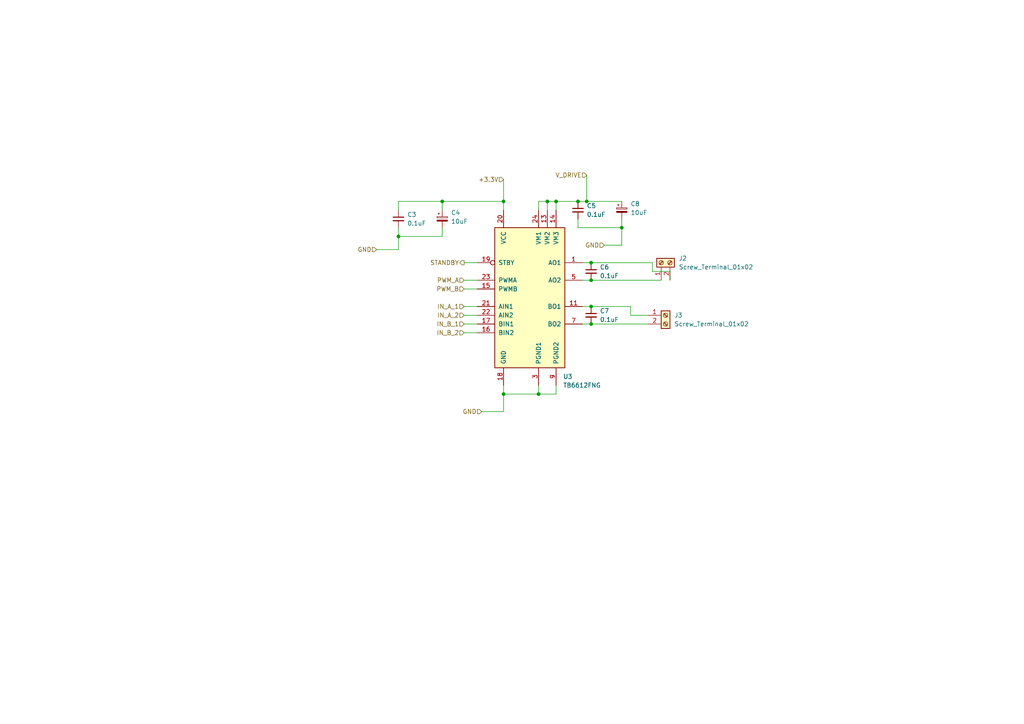
<source format=kicad_sch>
(kicad_sch (version 20230121) (generator eeschema)
  (paper "A4")
  (title_block (comment 1 "Authors: K. Puzio, J. Skrzypczak, J. Michalski"))
  (lib_symbols
    (symbol "Connector:Screw_Terminal_01x02" (pin_names (offset 1.016) hide)
      (property "Reference" "J" (at 0 2.54 0))
      (property "Value" "Screw_Terminal_01x02" (at 0 -5.08 0))
      (symbol "Screw_Terminal_01x02_1_1"
        (rectangle (start -1.27 1.27) (end 1.27 -3.81) (stroke (width 0.254)) (fill (type background)))
        (circle (center 0 -2.54) (radius 0.635) (stroke (width 0.1524)))
        (polyline (pts (xy -0.5334 -2.2098) (xy 0.3302 -3.048)) (stroke (width 0.1524)))
        (polyline (pts (xy -0.5334 0.3302) (xy 0.3302 -0.508)) (stroke (width 0.1524)))
        (polyline (pts (xy -0.3556 -2.032) (xy 0.508 -2.8702)) (stroke (width 0.1524)))
        (polyline (pts (xy -0.3556 0.508) (xy 0.508 -0.3302)) (stroke (width 0.1524)))
        (circle (center 0 0) (radius 0.635) (stroke (width 0.1524)))
        (pin passive line (at -5.08 0 0) (length 3.81) (name "Pin_1") (number "1"))
        (pin passive line (at -5.08 -2.54 0) (length 3.81) (name "Pin_2") (number "2"))
      )
    )
    (symbol "Device:C_Polarized_Small" (pin_numbers hide) (pin_names (offset 0.254) hide)
      (property "Reference" "C" (at 0.254 1.778 0))
      (property "Value" "C_Polarized_Small" (at 0.254 -2.032 0))
      (symbol "C_Polarized_Small_0_1"
        (rectangle (start -1.524 -0.3048) (end 1.524 -0.6858) (fill (type outline)))
        (rectangle (start -1.524 0.6858) (end 1.524 0.3048))
        (polyline (pts (xy -1.27 1.524) (xy -0.762 1.524)))
        (polyline (pts (xy -1.016 1.27) (xy -1.016 1.778)))
      )
      (symbol "C_Polarized_Small_1_1"
        (pin passive line (at 0 2.54 270) (length 1.8542) (name "~") (number "1"))
        (pin passive line (at 0 -2.54 90) (length 1.8542) (name "~") (number "2"))
      )
    )
    (symbol "Device:C_Small" (pin_numbers hide) (pin_names (offset 0.254) hide)
      (property "Reference" "C" (at 0.254 1.778 0))
      (property "Value" "C_Small" (at 0.254 -2.032 0))
      (symbol "C_Small_0_1"
        (polyline (pts (xy -1.524 -0.508) (xy 1.524 -0.508)) (stroke (width 0.3302)))
        (polyline (pts (xy -1.524 0.508) (xy 1.524 0.508)) (stroke (width 0.3048)))
      )
      (symbol "C_Small_1_1"
        (pin passive line (at 0 2.54 270) (length 2.032) (name "~") (number "1"))
        (pin passive line (at 0 -2.54 90) (length 2.032) (name "~") (number "2"))
      )
    )
    (symbol "Driver_Motor:TB6612FNG" (pin_names (offset 1.016))
      (property "Reference" "U" (at 11.43 17.78 0))
      (property "Value" "TB6612FNG" (at 11.43 15.24 0))
      (symbol "TB6612FNG_0_1"
        (rectangle (start -10.16 20.32) (end 10.16 -20.32) (stroke (width 0.254)) (fill (type background)))
      )
      (symbol "TB6612FNG_1_1"
        (pin output line (at 15.24 10.16 180) (length 5.08) (name "AO1") (number "1"))
        (pin passive line (at 7.62 -25.4 90) (length 5.08) hide (name "PGND2") (number "10"))
        (pin output line (at 15.24 -2.54 180) (length 5.08) (name "BO1") (number "11"))
        (pin passive line (at 15.24 -2.54 180) (length 5.08) hide (name "BO1") (number "12"))
        (pin power_in line (at 5.08 25.4 270) (length 5.08) (name "VM2") (number "13"))
        (pin power_in line (at 7.62 25.4 270) (length 5.08) (name "VM3") (number "14"))
        (pin input line (at -15.24 2.54 0) (length 5.08) (name "PWMB") (number "15"))
        (pin input line (at -15.24 -10.16 0) (length 5.08) (name "BIN2") (number "16"))
        (pin input line (at -15.24 -7.62 0) (length 5.08) (name "BIN1") (number "17"))
        (pin power_in line (at -7.62 -25.4 90) (length 5.08) (name "GND") (number "18"))
        (pin input inverted (at -15.24 10.16 0) (length 5.08) (name "STBY") (number "19"))
        (pin passive line (at 15.24 10.16 180) (length 5.08) hide (name "AO1") (number "2"))
        (pin power_in line (at -7.62 25.4 270) (length 5.08) (name "VCC") (number "20"))
        (pin input line (at -15.24 -2.54 0) (length 5.08) (name "AIN1") (number "21"))
        (pin input line (at -15.24 -5.08 0) (length 5.08) (name "AIN2") (number "22"))
        (pin input line (at -15.24 5.08 0) (length 5.08) (name "PWMA") (number "23"))
        (pin power_in line (at 2.54 25.4 270) (length 5.08) (name "VM1") (number "24"))
        (pin power_in line (at 2.54 -25.4 90) (length 5.08) (name "PGND1") (number "3"))
        (pin passive line (at 2.54 -25.4 90) (length 5.08) hide (name "PGND1") (number "4"))
        (pin output line (at 15.24 5.08 180) (length 5.08) (name "AO2") (number "5"))
        (pin passive line (at 15.24 5.08 180) (length 5.08) hide (name "AO2") (number "6"))
        (pin output line (at 15.24 -7.62 180) (length 5.08) (name "BO2") (number "7"))
        (pin passive line (at 15.24 -7.62 180) (length 5.08) hide (name "BO2") (number "8"))
        (pin power_in line (at 7.62 -25.4 90) (length 5.08) (name "PGND2") (number "9"))
      )
    )
  )
  (junction (at 161.29 58.42))
  (junction (at 115.57 68.58))
  (junction (at 146.05 58.42))
  (junction (at 171.45 76.2))
  (junction (at 170.18 58.42))
  (junction (at 167.64 58.42))
  (junction (at 180.34 66.04))
  (junction (at 171.45 81.28))
  (junction (at 158.75 58.42))
  (junction (at 128.27 58.42))
  (junction (at 171.45 93.98))
  (junction (at 156.21 114.3))
  (junction (at 171.45 88.9))
  (junction (at 146.05 114.3))
  (wire (pts (xy 146.05 52.07) (xy 146.05 58.42)))
  (wire (pts (xy 161.29 58.42) (xy 167.64 58.42)))
  (wire (pts (xy 156.21 111.76) (xy 156.21 114.3)))
  (wire (pts (xy 115.57 68.58) (xy 128.27 68.58)))
  (wire (pts (xy 156.21 60.96) (xy 156.21 58.42)))
  (wire (pts (xy 161.29 114.3) (xy 156.21 114.3)))
  (wire (pts (xy 180.34 66.04) (xy 180.34 71.12)))
  (wire (pts (xy 128.27 58.42) (xy 115.57 58.42)))
  (wire (pts (xy 168.91 76.2) (xy 171.45 76.2)))
  (wire (pts (xy 189.23 76.2) (xy 171.45 76.2)))
  (wire (pts (xy 128.27 58.42) (xy 128.27 60.96)))
  (wire (pts (xy 194.31 78.74) (xy 194.31 81.28)))
  (wire (pts (xy 171.45 81.28) (xy 191.77 81.28)))
  (wire (pts (xy 115.57 66.04) (xy 115.57 68.58)))
  (wire (pts (xy 170.18 58.42) (xy 180.34 58.42)))
  (wire (pts (xy 168.91 88.9) (xy 171.45 88.9)))
  (wire (pts (xy 146.05 114.3) (xy 156.21 114.3)))
  (wire (pts (xy 156.21 58.42) (xy 158.75 58.42)))
  (wire (pts (xy 134.62 96.52) (xy 138.43 96.52)))
  (wire (pts (xy 146.05 114.3) (xy 146.05 119.38)))
  (wire (pts (xy 134.62 93.98) (xy 138.43 93.98)))
  (wire (pts (xy 161.29 58.42) (xy 161.29 60.96)))
  (wire (pts (xy 146.05 114.3) (xy 146.05 111.76)))
  (wire (pts (xy 134.62 88.9) (xy 138.43 88.9)))
  (wire (pts (xy 170.18 50.8) (xy 170.18 58.42)))
  (wire (pts (xy 168.91 93.98) (xy 171.45 93.98)))
  (wire (pts (xy 128.27 68.58) (xy 128.27 66.04)))
  (wire (pts (xy 146.05 58.42) (xy 128.27 58.42)))
  (wire (pts (xy 146.05 58.42) (xy 146.05 60.96)))
  (wire (pts (xy 161.29 111.76) (xy 161.29 114.3)))
  (wire (pts (xy 167.64 58.42) (xy 170.18 58.42)))
  (wire (pts (xy 189.23 78.74) (xy 189.23 76.2)))
  (wire (pts (xy 189.23 78.74) (xy 194.31 78.74)))
  (wire (pts (xy 109.22 72.39) (xy 115.57 72.39)))
  (wire (pts (xy 134.62 76.2) (xy 138.43 76.2)))
  (wire (pts (xy 134.62 83.82) (xy 138.43 83.82)))
  (wire (pts (xy 158.75 60.96) (xy 158.75 58.42)))
  (wire (pts (xy 175.26 71.12) (xy 180.34 71.12)))
  (wire (pts (xy 134.62 91.44) (xy 138.43 91.44)))
  (wire (pts (xy 158.75 58.42) (xy 161.29 58.42)))
  (wire (pts (xy 139.7 119.38) (xy 146.05 119.38)))
  (wire (pts (xy 182.88 91.44) (xy 182.88 88.9)))
  (wire (pts (xy 115.57 72.39) (xy 115.57 68.58)))
  (wire (pts (xy 171.45 93.98) (xy 187.96 93.98)))
  (wire (pts (xy 115.57 58.42) (xy 115.57 60.96)))
  (wire (pts (xy 168.91 81.28) (xy 171.45 81.28)))
  (wire (pts (xy 180.34 66.04) (xy 180.34 63.5)))
  (wire (pts (xy 167.64 63.5) (xy 167.64 66.04)))
  (wire (pts (xy 167.64 66.04) (xy 180.34 66.04)))
  (wire (pts (xy 134.62 81.28) (xy 138.43 81.28)))
  (wire (pts (xy 182.88 91.44) (xy 187.96 91.44)))
  (wire (pts (xy 182.88 88.9) (xy 171.45 88.9)))
  (hierarchical_label "PWM_B" (shape input) (at 134.62 83.82 180))
  (hierarchical_label "IN_B_1" (shape input) (at 134.62 93.98 180))
  (hierarchical_label "GND" (shape input) (at 109.22 72.39 180))
  (hierarchical_label "V_DRIVE" (shape input) (at 170.18 50.8 180))
  (hierarchical_label "IN_B_2" (shape input) (at 134.62 96.52 180))
  (hierarchical_label "GND" (shape input) (at 139.7 119.38 180))
  (hierarchical_label "+3.3V" (shape input) (at 146.05 52.07 180))
  (hierarchical_label "STANDBY" (shape output) (at 134.62 76.2 180))
  (hierarchical_label "GND" (shape input) (at 175.26 71.12 180))
  (hierarchical_label "IN_A_2" (shape input) (at 134.62 91.44 180))
  (hierarchical_label "IN_A_1" (shape input) (at 134.62 88.9 180))
  (hierarchical_label "PWM_A" (shape input) (at 134.62 81.28 180))
  (symbol (lib_id "Device:C_Polarized_Small") (at 128.27 63.5 0) (unit 1)
    (property "Reference" "C4" (at 130.81 61.6838 0) (effects (justify left)))
    (property "Value" "10uF" (at 130.81 64.2238 0) (effects (justify left)))
    (property "Footprint" "Capacitor_SMD:CP_Elec_4x5.4" (effects hide))
  )
  (symbol (lib_id "Device:C_Small") (at 167.64 60.96 0) (unit 1)
    (property "Reference" "C5" (at 170.18 59.6962 0) (effects (justify left)))
    (property "Value" "0.1uF" (at 170.18 62.2362 0) (effects (justify left)))
    (property "Footprint" "Capacitor_SMD:C_1206_3216Metric_Pad1.33x1.80mm_HandSolder" (effects hide))
  )
  (symbol (lib_id "Driver_Motor:TB6612FNG") (at 153.67 86.36 0) (unit 1)
    (property "Reference" "U3" (at 163.3094 109.22 0) (effects (justify left)))
    (property "Value" "TB6612FNG" (at 163.3094 111.76 0) (effects (justify left)))
    (property "Footprint" "Package_SO:SSOP-24_5.3x8.2mm_P0.65mm" (effects hide))
    (property "Datasheet" "https://toshiba.semicon-storage.com/us/product/linear/motordriver/detail.TB6612FNG.html" (effects hide))
  )
  (symbol (lib_id "Connector:Screw_Terminal_01x02") (at 191.77 76.2 90) (unit 1)
    (property "Reference" "J2" (at 196.85 74.9299 90) (effects (justify right)))
    (property "Value" "Screw_Terminal_01x02" (at 196.85 77.4699 90) (effects (justify right)))
    (property "Footprint" "TerminalBlock:TerminalBlock_Altech_AK300-2_P5.00mm" (effects hide))
  )
  (symbol (lib_id "Device:C_Polarized_Small") (at 180.34 60.96 0) (unit 1)
    (property "Reference" "C8" (at 182.88 59.1438 0) (effects (justify left)))
    (property "Value" "10uF" (at 182.88 61.6838 0) (effects (justify left)))
    (property "Footprint" "Capacitor_SMD:CP_Elec_4x5.4" (effects hide))
  )
  (symbol (lib_id "Device:C_Small") (at 115.57 63.5 0) (unit 1)
    (property "Reference" "C3" (at 118.11 62.2362 0) (effects (justify left)))
    (property "Value" "0.1uF" (at 118.11 64.7762 0) (effects (justify left)))
    (property "Footprint" "Capacitor_SMD:C_1206_3216Metric_Pad1.33x1.80mm_HandSolder" (effects hide))
  )
  (symbol (lib_id "Device:C_Small") (at 171.45 91.44 0) (unit 1)
    (property "Reference" "C7" (at 173.99 90.1762 0) (effects (justify left)))
    (property "Value" "0.1uF" (at 173.99 92.7162 0) (effects (justify left)))
    (property "Footprint" "Capacitor_SMD:C_1206_3216Metric_Pad1.33x1.80mm_HandSolder" (effects hide))
  )
  (symbol (lib_id "Device:C_Small") (at 171.45 78.74 0) (unit 1)
    (property "Reference" "C6" (at 173.99 77.4762 0) (effects (justify left)))
    (property "Value" "0.1uF" (at 173.99 80.0162 0) (effects (justify left)))
    (property "Footprint" "Capacitor_SMD:C_1206_3216Metric_Pad1.33x1.80mm_HandSolder" (effects hide))
  )
  (symbol (lib_id "Connector:Screw_Terminal_01x02") (at 193.04 91.44 0) (unit 1)
    (property "Reference" "J3" (at 195.58 91.4399 0) (effects (justify left)))
    (property "Value" "Screw_Terminal_01x02" (at 195.58 93.9799 0) (effects (justify left)))
    (property "Footprint" "TerminalBlock:TerminalBlock_Altech_AK300-2_P5.00mm" (effects hide))
  )
)
</source>
